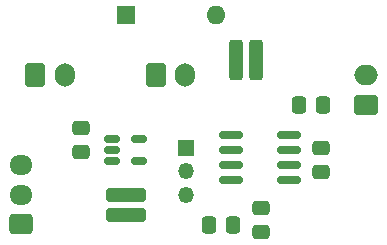
<source format=gbr>
%TF.GenerationSoftware,KiCad,Pcbnew,7.0.8-7.0.8~ubuntu22.04.1*%
%TF.CreationDate,2023-10-16T16:43:54-07:00*%
%TF.ProjectId,SolenoidDriver,536f6c65-6e6f-4696-9444-72697665722e,rev?*%
%TF.SameCoordinates,Original*%
%TF.FileFunction,Soldermask,Top*%
%TF.FilePolarity,Negative*%
%FSLAX46Y46*%
G04 Gerber Fmt 4.6, Leading zero omitted, Abs format (unit mm)*
G04 Created by KiCad (PCBNEW 7.0.8-7.0.8~ubuntu22.04.1) date 2023-10-16 16:43:54*
%MOMM*%
%LPD*%
G01*
G04 APERTURE LIST*
G04 Aperture macros list*
%AMRoundRect*
0 Rectangle with rounded corners*
0 $1 Rounding radius*
0 $2 $3 $4 $5 $6 $7 $8 $9 X,Y pos of 4 corners*
0 Add a 4 corners polygon primitive as box body*
4,1,4,$2,$3,$4,$5,$6,$7,$8,$9,$2,$3,0*
0 Add four circle primitives for the rounded corners*
1,1,$1+$1,$2,$3*
1,1,$1+$1,$4,$5*
1,1,$1+$1,$6,$7*
1,1,$1+$1,$8,$9*
0 Add four rect primitives between the rounded corners*
20,1,$1+$1,$2,$3,$4,$5,0*
20,1,$1+$1,$4,$5,$6,$7,0*
20,1,$1+$1,$6,$7,$8,$9,0*
20,1,$1+$1,$8,$9,$2,$3,0*%
G04 Aperture macros list end*
%ADD10RoundRect,0.250000X0.337500X1.450000X-0.337500X1.450000X-0.337500X-1.450000X0.337500X-1.450000X0*%
%ADD11RoundRect,0.250000X-1.450000X0.337500X-1.450000X-0.337500X1.450000X-0.337500X1.450000X0.337500X0*%
%ADD12RoundRect,0.250000X-0.475000X0.337500X-0.475000X-0.337500X0.475000X-0.337500X0.475000X0.337500X0*%
%ADD13RoundRect,0.250000X0.337500X0.475000X-0.337500X0.475000X-0.337500X-0.475000X0.337500X-0.475000X0*%
%ADD14RoundRect,0.250000X-0.337500X-0.475000X0.337500X-0.475000X0.337500X0.475000X-0.337500X0.475000X0*%
%ADD15RoundRect,0.250000X0.725000X-0.600000X0.725000X0.600000X-0.725000X0.600000X-0.725000X-0.600000X0*%
%ADD16O,1.950000X1.700000*%
%ADD17RoundRect,0.250000X0.750000X-0.600000X0.750000X0.600000X-0.750000X0.600000X-0.750000X-0.600000X0*%
%ADD18O,2.000000X1.700000*%
%ADD19RoundRect,0.250000X-0.600000X-0.750000X0.600000X-0.750000X0.600000X0.750000X-0.600000X0.750000X0*%
%ADD20O,1.700000X2.000000*%
%ADD21RoundRect,0.150000X-0.825000X-0.150000X0.825000X-0.150000X0.825000X0.150000X-0.825000X0.150000X0*%
%ADD22RoundRect,0.150000X-0.512500X-0.150000X0.512500X-0.150000X0.512500X0.150000X-0.512500X0.150000X0*%
%ADD23O,1.350000X1.350000*%
%ADD24R,1.350000X1.350000*%
%ADD25R,1.600000X1.600000*%
%ADD26O,1.600000X1.600000*%
G04 APERTURE END LIST*
D10*
%TO.C,R2*%
X116407500Y-33560000D03*
X114732500Y-33560000D03*
%TD*%
D11*
%TO.C,R1*%
X105410000Y-44990000D03*
X105410000Y-46665000D03*
%TD*%
D12*
%TO.C,C5*%
X116840000Y-46060000D03*
X116840000Y-48135000D03*
%TD*%
D13*
%TO.C,C4*%
X114500000Y-47530000D03*
X112425000Y-47530000D03*
%TD*%
D12*
%TO.C,C3*%
X121920000Y-40980000D03*
X121920000Y-43055000D03*
%TD*%
D14*
%TO.C,C2*%
X120045000Y-37370000D03*
X122120000Y-37370000D03*
%TD*%
D12*
%TO.C,C1*%
X101600000Y-39305000D03*
X101600000Y-41380000D03*
%TD*%
D15*
%TO.C,J1*%
X96520000Y-47450000D03*
D16*
X96520000Y-44950000D03*
X96520000Y-42450000D03*
%TD*%
D17*
%TO.C,J4*%
X125730000Y-37330000D03*
D18*
X125730000Y-34830000D03*
%TD*%
D19*
%TO.C,J3*%
X97770000Y-34830000D03*
D20*
X100270000Y-34830000D03*
%TD*%
D19*
%TO.C,J2*%
X107950000Y-34830000D03*
D20*
X110450000Y-34830000D03*
%TD*%
D21*
%TO.C,U2*%
X114300000Y-39910000D03*
X114300000Y-41180000D03*
X114300000Y-42450000D03*
X114300000Y-43720000D03*
X119250000Y-43720000D03*
X119250000Y-42450000D03*
X119250000Y-41180000D03*
X119250000Y-39910000D03*
%TD*%
D22*
%TO.C,U1*%
X104272500Y-40230000D03*
X104272500Y-41180000D03*
X104272500Y-42130000D03*
X106547500Y-42130000D03*
X106547500Y-40230000D03*
%TD*%
D23*
%TO.C,Q1*%
X110490000Y-44990000D03*
X110490000Y-42990000D03*
D24*
X110490000Y-40990000D03*
%TD*%
D25*
%TO.C,D1*%
X105410000Y-29750000D03*
D26*
X113030000Y-29750000D03*
%TD*%
M02*

</source>
